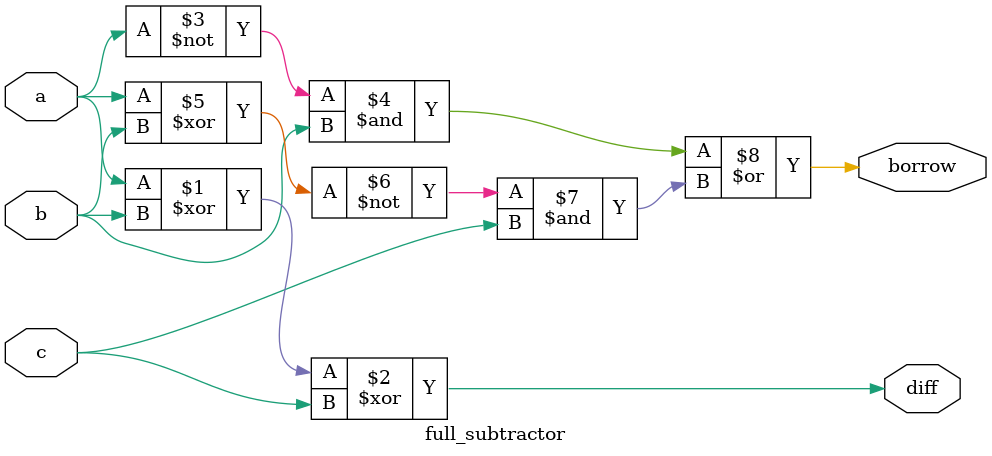
<source format=sv>
module full_subtractor( diff, borrow,a,b,c);
  input a,b,c;
  output diff, borrow;
  assign diff= (a^b^c);
  assign borrow= (~a&b)|(~(a^b)&c);
endmodule
</source>
